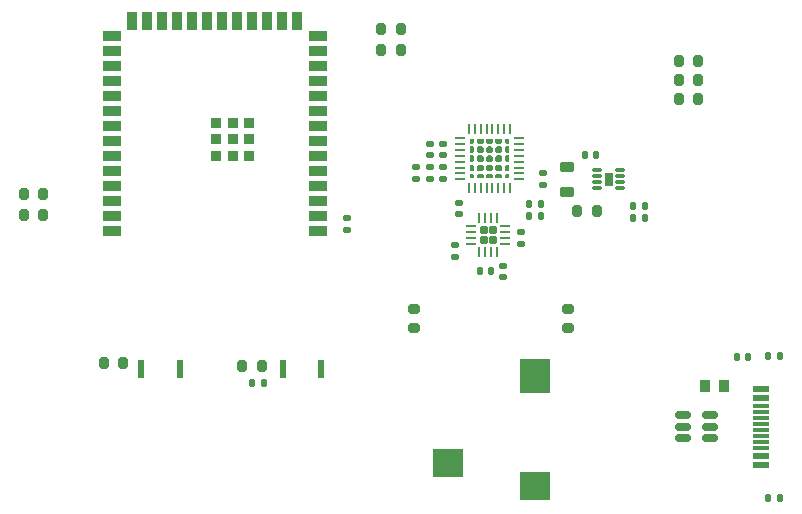
<source format=gbr>
%TF.GenerationSoftware,KiCad,Pcbnew,9.0.6*%
%TF.CreationDate,2026-01-02T14:19:04-05:00*%
%TF.ProjectId,spotify desk thing,73706f74-6966-4792-9064-65736b207468,rev?*%
%TF.SameCoordinates,Original*%
%TF.FileFunction,Paste,Top*%
%TF.FilePolarity,Positive*%
%FSLAX46Y46*%
G04 Gerber Fmt 4.6, Leading zero omitted, Abs format (unit mm)*
G04 Created by KiCad (PCBNEW 9.0.6) date 2026-01-02 14:19:04*
%MOMM*%
%LPD*%
G01*
G04 APERTURE LIST*
G04 Aperture macros list*
%AMRoundRect*
0 Rectangle with rounded corners*
0 $1 Rounding radius*
0 $2 $3 $4 $5 $6 $7 $8 $9 X,Y pos of 4 corners*
0 Add a 4 corners polygon primitive as box body*
4,1,4,$2,$3,$4,$5,$6,$7,$8,$9,$2,$3,0*
0 Add four circle primitives for the rounded corners*
1,1,$1+$1,$2,$3*
1,1,$1+$1,$4,$5*
1,1,$1+$1,$6,$7*
1,1,$1+$1,$8,$9*
0 Add four rect primitives between the rounded corners*
20,1,$1+$1,$2,$3,$4,$5,0*
20,1,$1+$1,$4,$5,$6,$7,0*
20,1,$1+$1,$6,$7,$8,$9,0*
20,1,$1+$1,$8,$9,$2,$3,0*%
G04 Aperture macros list end*
%ADD10C,0.010000*%
%ADD11C,0.000000*%
%ADD12R,2.550000X2.400000*%
%ADD13R,2.550000X2.900000*%
%ADD14R,1.450000X0.600000*%
%ADD15R,1.450000X0.300000*%
%ADD16RoundRect,0.135000X-0.135000X-0.185000X0.135000X-0.185000X0.135000X0.185000X-0.135000X0.185000X0*%
%ADD17R,0.550000X1.500000*%
%ADD18RoundRect,0.140000X-0.140000X-0.170000X0.140000X-0.170000X0.140000X0.170000X-0.140000X0.170000X0*%
%ADD19RoundRect,0.200000X0.200000X0.275000X-0.200000X0.275000X-0.200000X-0.275000X0.200000X-0.275000X0*%
%ADD20RoundRect,0.140000X0.170000X-0.140000X0.170000X0.140000X-0.170000X0.140000X-0.170000X-0.140000X0*%
%ADD21RoundRect,0.140000X-0.170000X0.140000X-0.170000X-0.140000X0.170000X-0.140000X0.170000X0.140000X0*%
%ADD22RoundRect,0.140000X0.140000X0.170000X-0.140000X0.170000X-0.140000X-0.170000X0.140000X-0.170000X0*%
%ADD23RoundRect,0.150000X0.512500X0.150000X-0.512500X0.150000X-0.512500X-0.150000X0.512500X-0.150000X0*%
%ADD24RoundRect,0.035000X0.345000X0.105000X-0.345000X0.105000X-0.345000X-0.105000X0.345000X-0.105000X0*%
%ADD25RoundRect,0.218750X-0.381250X0.218750X-0.381250X-0.218750X0.381250X-0.218750X0.381250X0.218750X0*%
%ADD26RoundRect,0.172500X-0.172500X0.172500X-0.172500X-0.172500X0.172500X-0.172500X0.172500X0.172500X0*%
%ADD27RoundRect,0.062500X-0.062500X0.375000X-0.062500X-0.375000X0.062500X-0.375000X0.062500X0.375000X0*%
%ADD28RoundRect,0.062500X-0.375000X0.062500X-0.375000X-0.062500X0.375000X-0.062500X0.375000X0.062500X0*%
%ADD29RoundRect,0.200000X-0.275000X0.200000X-0.275000X-0.200000X0.275000X-0.200000X0.275000X0.200000X0*%
%ADD30RoundRect,0.200000X-0.200000X-0.275000X0.200000X-0.275000X0.200000X0.275000X-0.200000X0.275000X0*%
%ADD31R,0.850000X0.280000*%
%ADD32R,0.280000X0.850000*%
%ADD33R,0.950000X1.020000*%
%ADD34R,1.500000X0.900000*%
%ADD35R,0.900000X1.500000*%
%ADD36R,0.900000X0.900000*%
G04 APERTURE END LIST*
D10*
%TO.C,PS1*%
X138184000Y-147706000D02*
X137616000Y-147706000D01*
X137616000Y-146694000D01*
X138184000Y-146694000D01*
X138184000Y-147706000D01*
G36*
X138184000Y-147706000D02*
G01*
X137616000Y-147706000D01*
X137616000Y-146694000D01*
X138184000Y-146694000D01*
X138184000Y-147706000D01*
G37*
D11*
%TO.C,U3*%
G36*
X126568500Y-144052479D02*
G01*
X126427079Y-144193900D01*
X126199530Y-144193900D01*
X126199530Y-143824930D01*
X126568500Y-143824930D01*
X126568500Y-144052479D01*
G37*
G36*
X126568500Y-146897521D02*
G01*
X126568500Y-147125070D01*
X126199530Y-147125070D01*
X126199530Y-146756100D01*
X126427079Y-146756100D01*
X126568500Y-146897521D01*
G37*
G36*
X129499670Y-144193900D02*
G01*
X129272121Y-144193900D01*
X129130700Y-144052479D01*
X129130700Y-143824930D01*
X129499670Y-143824930D01*
X129499670Y-144193900D01*
G37*
G36*
X129499670Y-147125070D02*
G01*
X129130700Y-147125070D01*
X129130700Y-146897521D01*
X129272121Y-146756100D01*
X129499670Y-146756100D01*
X129499670Y-147125070D01*
G37*
G36*
X126568500Y-144535321D02*
G01*
X126568500Y-144839879D01*
X126427079Y-144981300D01*
X126199530Y-144981300D01*
X126199530Y-144393900D01*
X126427079Y-144393900D01*
X126568500Y-144535321D01*
G37*
G36*
X126568500Y-145322721D02*
G01*
X126568500Y-145627279D01*
X126427079Y-145768700D01*
X126199530Y-145768700D01*
X126199530Y-145181300D01*
X126427079Y-145181300D01*
X126568500Y-145322721D01*
G37*
G36*
X126568500Y-146110121D02*
G01*
X126568500Y-146414679D01*
X126427079Y-146556100D01*
X126199530Y-146556100D01*
X126199530Y-145968700D01*
X126427079Y-145968700D01*
X126568500Y-146110121D01*
G37*
G36*
X127355900Y-144052479D02*
G01*
X127214479Y-144193900D01*
X126909921Y-144193900D01*
X126768500Y-144052479D01*
X126768500Y-143824930D01*
X127355900Y-143824930D01*
X127355900Y-144052479D01*
G37*
G36*
X127355900Y-146897521D02*
G01*
X127355900Y-147125070D01*
X126768500Y-147125070D01*
X126768500Y-146897521D01*
X126909921Y-146756100D01*
X127214479Y-146756100D01*
X127355900Y-146897521D01*
G37*
G36*
X128143300Y-144052479D02*
G01*
X128001879Y-144193900D01*
X127697321Y-144193900D01*
X127555900Y-144052479D01*
X127555900Y-143824930D01*
X128143300Y-143824930D01*
X128143300Y-144052479D01*
G37*
G36*
X128143300Y-146897521D02*
G01*
X128143300Y-147125070D01*
X127555900Y-147125070D01*
X127555900Y-146897521D01*
X127697321Y-146756100D01*
X128001879Y-146756100D01*
X128143300Y-146897521D01*
G37*
G36*
X128930700Y-144052479D02*
G01*
X128789279Y-144193900D01*
X128484721Y-144193900D01*
X128343300Y-144052479D01*
X128343300Y-143824930D01*
X128930700Y-143824930D01*
X128930700Y-144052479D01*
G37*
G36*
X128930700Y-146897521D02*
G01*
X128930700Y-147125070D01*
X128343300Y-147125070D01*
X128343300Y-146897521D01*
X128484721Y-146756100D01*
X128789279Y-146756100D01*
X128930700Y-146897521D01*
G37*
G36*
X129499670Y-144981300D02*
G01*
X129272121Y-144981300D01*
X129130700Y-144839879D01*
X129130700Y-144535321D01*
X129272121Y-144393900D01*
X129499670Y-144393900D01*
X129499670Y-144981300D01*
G37*
G36*
X129499670Y-145768700D02*
G01*
X129272121Y-145768700D01*
X129130700Y-145627279D01*
X129130700Y-145322721D01*
X129272121Y-145181300D01*
X129499670Y-145181300D01*
X129499670Y-145768700D01*
G37*
G36*
X129499670Y-146556100D02*
G01*
X129272121Y-146556100D01*
X129130700Y-146414679D01*
X129130700Y-146110121D01*
X129272121Y-145968700D01*
X129499670Y-145968700D01*
X129499670Y-146556100D01*
G37*
G36*
X127355900Y-144535321D02*
G01*
X127355900Y-144839879D01*
X127214479Y-144981300D01*
X126909921Y-144981300D01*
X126768500Y-144839879D01*
X126768500Y-144535321D01*
X126909921Y-144393900D01*
X127214479Y-144393900D01*
X127355900Y-144535321D01*
G37*
G36*
X127355900Y-145322721D02*
G01*
X127355900Y-145627279D01*
X127214479Y-145768700D01*
X126909921Y-145768700D01*
X126768500Y-145627279D01*
X126768500Y-145322721D01*
X126909921Y-145181300D01*
X127214479Y-145181300D01*
X127355900Y-145322721D01*
G37*
G36*
X127355900Y-146110121D02*
G01*
X127355900Y-146414679D01*
X127214479Y-146556100D01*
X126909921Y-146556100D01*
X126768500Y-146414679D01*
X126768500Y-146110121D01*
X126909921Y-145968700D01*
X127214479Y-145968700D01*
X127355900Y-146110121D01*
G37*
G36*
X128143300Y-144535321D02*
G01*
X128143300Y-144839879D01*
X128001879Y-144981300D01*
X127697321Y-144981300D01*
X127555900Y-144839879D01*
X127555900Y-144535321D01*
X127697321Y-144393900D01*
X128001879Y-144393900D01*
X128143300Y-144535321D01*
G37*
G36*
X128143300Y-145322721D02*
G01*
X128143300Y-145627279D01*
X128001879Y-145768700D01*
X127697321Y-145768700D01*
X127555900Y-145627279D01*
X127555900Y-145322721D01*
X127697321Y-145181300D01*
X128001879Y-145181300D01*
X128143300Y-145322721D01*
G37*
G36*
X128143300Y-146110121D02*
G01*
X128143300Y-146414679D01*
X128001879Y-146556100D01*
X127697321Y-146556100D01*
X127555900Y-146414679D01*
X127555900Y-146110121D01*
X127697321Y-145968700D01*
X128001879Y-145968700D01*
X128143300Y-146110121D01*
G37*
G36*
X128930700Y-144535321D02*
G01*
X128930700Y-144839879D01*
X128789279Y-144981300D01*
X128484721Y-144981300D01*
X128343300Y-144839879D01*
X128343300Y-144535321D01*
X128484721Y-144393900D01*
X128789279Y-144393900D01*
X128930700Y-144535321D01*
G37*
G36*
X128930700Y-145322721D02*
G01*
X128930700Y-145627279D01*
X128789279Y-145768700D01*
X128484721Y-145768700D01*
X128343300Y-145627279D01*
X128343300Y-145322721D01*
X128484721Y-145181300D01*
X128789279Y-145181300D01*
X128930700Y-145322721D01*
G37*
G36*
X128930700Y-146110121D02*
G01*
X128930700Y-146414679D01*
X128789279Y-146556100D01*
X128484721Y-146556100D01*
X128343300Y-146414679D01*
X128343300Y-146110121D01*
X128484721Y-145968700D01*
X128789279Y-145968700D01*
X128930700Y-146110121D01*
G37*
%TD*%
D12*
%TO.C,J2*%
X131675000Y-173150000D03*
D13*
X131675000Y-163850000D03*
D12*
X124325000Y-171250000D03*
%TD*%
D14*
%TO.C,J3*%
X150855000Y-171450000D03*
X150855000Y-170650000D03*
D15*
X150855000Y-169950000D03*
X150855000Y-168950000D03*
X150855000Y-167450000D03*
X150855000Y-166450000D03*
D14*
X150855000Y-165750000D03*
X150855000Y-164950000D03*
X150855000Y-164950000D03*
X150855000Y-165750000D03*
D15*
X150855000Y-166950000D03*
X150855000Y-167950000D03*
X150855000Y-168450000D03*
X150855000Y-169450000D03*
D14*
X150855000Y-170650000D03*
X150855000Y-171450000D03*
%TD*%
D16*
%TO.C,R14*%
X151390000Y-174200000D03*
X152410000Y-174200000D03*
%TD*%
D17*
%TO.C,RESET1*%
X113625000Y-163250000D03*
X110375000Y-163250000D03*
%TD*%
D18*
%TO.C,C16*%
X131220000Y-150300000D03*
X132180000Y-150300000D03*
%TD*%
%TO.C,C3*%
X135920000Y-145200000D03*
X136880000Y-145200000D03*
%TD*%
D19*
%TO.C,R3*%
X145525000Y-137190000D03*
X143875000Y-137190000D03*
%TD*%
D20*
%TO.C,C4*%
X130500000Y-152680000D03*
X130500000Y-151720000D03*
%TD*%
D21*
%TO.C,C5*%
X129000000Y-154520000D03*
X129000000Y-155480000D03*
%TD*%
%TO.C,C2*%
X122810000Y-146200000D03*
X122810000Y-147160000D03*
%TD*%
D22*
%TO.C,C6*%
X127980000Y-155000000D03*
X127020000Y-155000000D03*
%TD*%
D21*
%TO.C,C7*%
X125300000Y-149220000D03*
X125300000Y-150180000D03*
%TD*%
D22*
%TO.C,C19*%
X140980000Y-150500000D03*
X140020000Y-150500000D03*
%TD*%
D20*
%TO.C,C8*%
X123900000Y-145180000D03*
X123900000Y-144220000D03*
%TD*%
D19*
%TO.C,R4*%
X145525000Y-138800000D03*
X143875000Y-138800000D03*
%TD*%
%TO.C,R9*%
X136925000Y-149900000D03*
X135275000Y-149900000D03*
%TD*%
D18*
%TO.C,C10*%
X131220000Y-149300000D03*
X132180000Y-149300000D03*
%TD*%
D23*
%TO.C,U5*%
X146537500Y-169100000D03*
X146537500Y-168150000D03*
X146537500Y-167200000D03*
X144262500Y-167200000D03*
X144262500Y-168150000D03*
X144262500Y-169100000D03*
%TD*%
D22*
%TO.C,C1*%
X108730000Y-164500000D03*
X107770000Y-164500000D03*
%TD*%
D24*
%TO.C,PS1*%
X138885000Y-147950000D03*
X138885000Y-147450000D03*
X138885000Y-146950000D03*
X138885000Y-146450000D03*
X136915000Y-146450000D03*
X136915000Y-146950000D03*
X136915000Y-147450000D03*
X136915000Y-147950000D03*
%TD*%
D20*
%TO.C,C9*%
X132400000Y-147680000D03*
X132400000Y-146720000D03*
%TD*%
D25*
%TO.C,L1*%
X134400000Y-146137500D03*
X134400000Y-148262500D03*
%TD*%
D26*
%TO.C,U2*%
X128150000Y-151537500D03*
X127350000Y-151537500D03*
X128150000Y-152337500D03*
X127350000Y-152337500D03*
D27*
X128500000Y-150500000D03*
X128000000Y-150500000D03*
X127500000Y-150500000D03*
X127000000Y-150500000D03*
D28*
X126312500Y-151187500D03*
X126312500Y-151687500D03*
X126312500Y-152187500D03*
X126312500Y-152687500D03*
D27*
X127000000Y-153375000D03*
X127500000Y-153375000D03*
X128000000Y-153375000D03*
X128500000Y-153375000D03*
D28*
X129187500Y-152687500D03*
X129187500Y-152187500D03*
X129187500Y-151687500D03*
X129187500Y-151187500D03*
%TD*%
D29*
%TO.C,R10*%
X134500000Y-158175000D03*
X134500000Y-159825000D03*
%TD*%
D20*
%TO.C,C11*%
X123900000Y-147180000D03*
X123900000Y-146220000D03*
%TD*%
D30*
%TO.C,R1*%
X118675000Y-136250000D03*
X120325000Y-136250000D03*
%TD*%
%TO.C,R5*%
X95175000Y-162750000D03*
X96825000Y-162750000D03*
%TD*%
D19*
%TO.C,R12*%
X145525000Y-140400000D03*
X143875000Y-140400000D03*
%TD*%
D17*
%TO.C,BOOT1*%
X101625000Y-163250000D03*
X98375000Y-163250000D03*
%TD*%
D21*
%TO.C,C12*%
X115750000Y-150520000D03*
X115750000Y-151480000D03*
%TD*%
%TO.C,C13*%
X121590000Y-146200000D03*
X121590000Y-147160000D03*
%TD*%
D20*
%TO.C,C14*%
X124900000Y-153780000D03*
X124900000Y-152820000D03*
%TD*%
D19*
%TO.C,R7*%
X90075000Y-148500000D03*
X88425000Y-148500000D03*
%TD*%
D16*
%TO.C,R13*%
X151390000Y-162200000D03*
X152410000Y-162200000D03*
%TD*%
D18*
%TO.C,C17*%
X148770000Y-162250000D03*
X149730000Y-162250000D03*
%TD*%
D22*
%TO.C,C18*%
X140980000Y-149500000D03*
X140020000Y-149500000D03*
%TD*%
D31*
%TO.C,U3*%
X125374601Y-143725001D03*
X125374601Y-144225000D03*
X125374601Y-144724999D03*
X125374601Y-145225000D03*
X125374601Y-145725000D03*
X125374601Y-146225001D03*
X125374601Y-146725000D03*
X125374601Y-147224999D03*
D32*
X126099159Y-147949999D03*
X126599285Y-147949999D03*
X127099411Y-147949999D03*
X127599537Y-147949999D03*
X128099663Y-147949999D03*
X128599789Y-147949999D03*
X129099915Y-147949999D03*
X129600041Y-147949999D03*
D31*
X130324599Y-147224999D03*
X130324599Y-146725000D03*
X130324599Y-146225001D03*
X130324599Y-145725000D03*
X130324599Y-145225000D03*
X130324599Y-144724999D03*
X130324599Y-144225000D03*
X130324599Y-143725001D03*
D32*
X129600041Y-143000001D03*
X129099915Y-143000001D03*
X128599789Y-143000001D03*
X128099663Y-143000001D03*
X127599537Y-143000001D03*
X127099411Y-143000001D03*
X126599285Y-143000001D03*
X126099159Y-143000001D03*
%TD*%
D30*
%TO.C,R6*%
X106925000Y-163000000D03*
X108575000Y-163000000D03*
%TD*%
D20*
%TO.C,C15*%
X122800000Y-145180000D03*
X122800000Y-144220000D03*
%TD*%
D33*
%TO.C,F1*%
X146115000Y-164700000D03*
X147685000Y-164700000D03*
%TD*%
D34*
%TO.C,U1*%
X113350000Y-151560000D03*
X113350000Y-150290000D03*
X113350000Y-149020000D03*
X113350000Y-147750000D03*
X113350000Y-146480000D03*
X113350000Y-145210000D03*
X113350000Y-143940000D03*
X113350000Y-142670000D03*
X113350000Y-141400000D03*
X113350000Y-140130000D03*
X113350000Y-138860000D03*
X113350000Y-137590000D03*
X113350000Y-136320000D03*
X113350000Y-135050000D03*
D35*
X111585000Y-133800000D03*
X110315000Y-133800000D03*
X109045000Y-133800000D03*
X107775000Y-133800000D03*
X106505000Y-133800000D03*
X105235000Y-133800000D03*
X103965000Y-133800000D03*
X102695000Y-133800000D03*
X101425000Y-133800000D03*
X100155000Y-133800000D03*
X98885000Y-133800000D03*
X97615000Y-133800000D03*
D34*
X95850000Y-135050000D03*
X95850000Y-136320000D03*
X95850000Y-137590000D03*
X95850000Y-138860000D03*
X95850000Y-140130000D03*
X95850000Y-141400000D03*
X95850000Y-142670000D03*
X95850000Y-143940000D03*
X95850000Y-145210000D03*
X95850000Y-146480000D03*
X95850000Y-147750000D03*
X95850000Y-149020000D03*
X95850000Y-150290000D03*
X95850000Y-151560000D03*
D36*
X106100000Y-143840000D03*
X107500000Y-143840000D03*
X104700000Y-143840000D03*
X107500000Y-142440000D03*
X106100000Y-142440000D03*
X104700000Y-142440000D03*
X107500000Y-145240000D03*
X106100000Y-145240000D03*
X104700000Y-145240000D03*
%TD*%
D30*
%TO.C,R2*%
X118675000Y-134500000D03*
X120325000Y-134500000D03*
%TD*%
D29*
%TO.C,R11*%
X121500000Y-158175000D03*
X121500000Y-159825000D03*
%TD*%
D19*
%TO.C,R8*%
X90075000Y-150250000D03*
X88425000Y-150250000D03*
%TD*%
M02*

</source>
